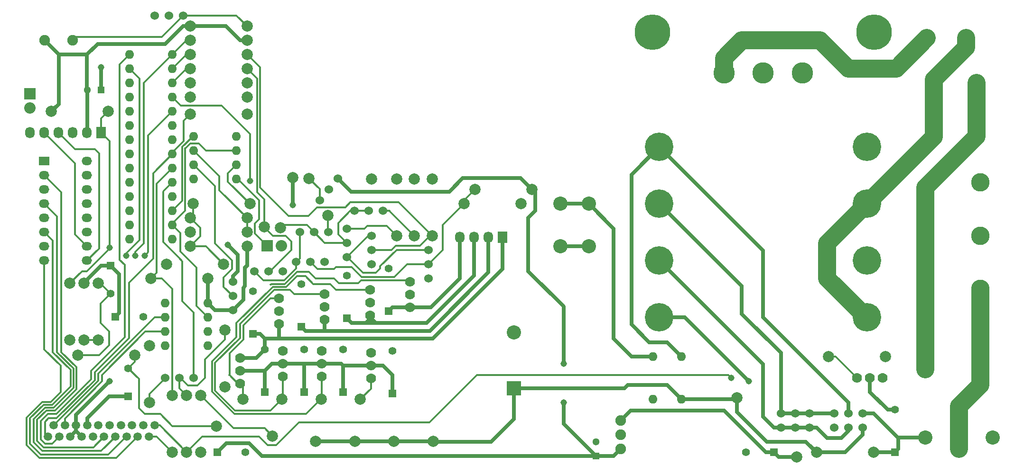
<source format=gtl>
G04 #@! TF.FileFunction,Copper,L1,Top*
%FSLAX46Y46*%
G04 Gerber Fmt 4.6, Leading zero omitted, Abs format (unit mm)*
G04 Created by KiCad (PCBNEW 4.0.1-3.201512221402+6198~38~ubuntu15.04.1-stable) date Tue 02 Feb 2016 09:09:18 AM EST*
%MOMM*%
G01*
G04 APERTURE LIST*
%ADD10C,0.100000*%
%ADD11C,1.905000*%
%ADD12C,1.998980*%
%ADD13C,1.524000*%
%ADD14O,1.600000X1.600000*%
%ADD15R,1.397000X1.397000*%
%ADD16C,1.397000*%
%ADD17C,2.540000*%
%ADD18C,1.500000*%
%ADD19R,2.032000X2.032000*%
%ADD20O,2.032000X2.032000*%
%ADD21R,1.727200X2.032000*%
%ADD22O,1.727200X2.032000*%
%ADD23C,1.778000*%
%ADD24R,1.824000X1.524000*%
%ADD25O,1.824000X1.524000*%
%ADD26C,5.080000*%
%ADD27R,1.300000X1.300000*%
%ADD28C,1.300000*%
%ADD29R,2.540000X2.540000*%
%ADD30R,1.400000X1.400000*%
%ADD31C,1.400000*%
%ADD32C,3.048000*%
%ADD33C,3.302000*%
%ADD34C,1.143000*%
%ADD35C,3.810000*%
%ADD36C,6.350000*%
%ADD37C,0.600000*%
%ADD38C,0.635000*%
%ADD39C,0.304800*%
%ADD40C,3.175000*%
G04 APERTURE END LIST*
D10*
D11*
X158750000Y-116205000D03*
X158750000Y-113665000D03*
X158750000Y-118745000D03*
D12*
X98044000Y-79202409D03*
X103124000Y-70403591D03*
D13*
X106661681Y-72349247D03*
X108294361Y-70403494D03*
X105029000Y-74295000D03*
X113792000Y-76200000D03*
X111252000Y-76200000D03*
X116332000Y-76200000D03*
X95885000Y-86995000D03*
X98425000Y-86995000D03*
X93345000Y-86995000D03*
D14*
X169545000Y-109855000D03*
X164465000Y-109855000D03*
X164465000Y-102235000D03*
X169545000Y-102235000D03*
D15*
X207645000Y-119380000D03*
D16*
X207645000Y-111760000D03*
D15*
X95250000Y-108585000D03*
D16*
X95250000Y-100965000D03*
D15*
X93091000Y-98171000D03*
D16*
X93091000Y-90551000D03*
D15*
X102235000Y-108585000D03*
D16*
X102235000Y-100965000D03*
D15*
X101727000Y-96901000D03*
D16*
X101727000Y-89281000D03*
D15*
X109220000Y-108585000D03*
D16*
X109220000Y-100965000D03*
D15*
X109855000Y-95377000D03*
D16*
X109855000Y-87757000D03*
D15*
X117983000Y-108839000D03*
D16*
X117983000Y-101219000D03*
D15*
X117348000Y-94107000D03*
D16*
X117348000Y-86487000D03*
D17*
X214630000Y-53340000D03*
X214630000Y-58420000D03*
X222250000Y-58420000D03*
X222250000Y-53340000D03*
X147955000Y-82550000D03*
X153035000Y-82550000D03*
X153035000Y-74930000D03*
X147955000Y-74930000D03*
D18*
X64540000Y-116570000D03*
X66540000Y-116570000D03*
X62540000Y-116570000D03*
X60540000Y-116570000D03*
X58540000Y-116570000D03*
X56540000Y-116570000D03*
X57540000Y-114570000D03*
X59540000Y-114570000D03*
X61540000Y-114570000D03*
X63540000Y-114570000D03*
X65540000Y-114570000D03*
X67540000Y-114570000D03*
X68540000Y-116570000D03*
X69540000Y-114570000D03*
X70540000Y-116570000D03*
X71540000Y-114570000D03*
X72540000Y-116570000D03*
X73540000Y-114570000D03*
X74540000Y-116570000D03*
X75540000Y-114570000D03*
D17*
X219075000Y-118745000D03*
X213075000Y-116745000D03*
X213075000Y-104545000D03*
X225075000Y-116745000D03*
D19*
X53340000Y-55245000D03*
D20*
X53340000Y-57785000D03*
D21*
X66040000Y-62230000D03*
D22*
X63500000Y-62230000D03*
X60960000Y-62230000D03*
X58420000Y-62230000D03*
X55880000Y-62230000D03*
X53340000Y-62230000D03*
D21*
X137668000Y-80899000D03*
D22*
X135128000Y-80899000D03*
X132588000Y-80899000D03*
X130048000Y-80899000D03*
D19*
X95631000Y-82423000D03*
D20*
X98171000Y-82423000D03*
D13*
X196850000Y-114935000D03*
X196850000Y-112395000D03*
X199390000Y-114935000D03*
X199390000Y-112395000D03*
X201930000Y-114935000D03*
X201930000Y-112395000D03*
X187325000Y-114935000D03*
X187325000Y-112395000D03*
X189865000Y-114935000D03*
X189865000Y-112395000D03*
X192405000Y-114935000D03*
X192405000Y-112395000D03*
X78105000Y-41275000D03*
X80645000Y-41275000D03*
X75565000Y-41275000D03*
D23*
X205480000Y-106045000D03*
X203200000Y-106045000D03*
X200920000Y-106045000D03*
X90805000Y-102495000D03*
X90805000Y-104775000D03*
X90805000Y-107055000D03*
X97790000Y-96387000D03*
X97790000Y-94107000D03*
X97790000Y-91827000D03*
D13*
X104013000Y-80010000D03*
X101473000Y-80010000D03*
X106553000Y-80010000D03*
D23*
X98425000Y-101225000D03*
X98425000Y-103505000D03*
X98425000Y-105785000D03*
X105918000Y-95625000D03*
X105918000Y-93345000D03*
X105918000Y-91065000D03*
D13*
X103378000Y-85344000D03*
X105918000Y-85344000D03*
X100838000Y-85344000D03*
X114300000Y-83185000D03*
X114300000Y-85725000D03*
X114300000Y-80645000D03*
D23*
X105410000Y-101225000D03*
X105410000Y-103505000D03*
X105410000Y-105785000D03*
X114046000Y-94863000D03*
X114046000Y-92583000D03*
X114046000Y-90303000D03*
D13*
X109855000Y-81915000D03*
X109855000Y-84455000D03*
X109855000Y-79375000D03*
D23*
X114173000Y-101606000D03*
X114173000Y-103886000D03*
X114173000Y-106166000D03*
X121158000Y-93466000D03*
X121158000Y-91186000D03*
X121158000Y-88906000D03*
D13*
X124460000Y-85725000D03*
X124460000Y-88265000D03*
X124460000Y-83185000D03*
X80010000Y-106045000D03*
X82550000Y-106045000D03*
X77470000Y-106045000D03*
D12*
X60452000Y-89154000D03*
X60452000Y-99314000D03*
X57150000Y-58420000D03*
X67310000Y-58420000D03*
X92075000Y-45720000D03*
X81915000Y-45720000D03*
X92075000Y-58928000D03*
X81915000Y-58928000D03*
X92075000Y-53340000D03*
X81915000Y-53340000D03*
X92075000Y-55880000D03*
X81915000Y-55880000D03*
X81915000Y-43180000D03*
X92075000Y-43180000D03*
X82423000Y-74930000D03*
X92583000Y-74930000D03*
X81915000Y-77470000D03*
X92075000Y-77470000D03*
X92075000Y-80010000D03*
X81915000Y-80010000D03*
X92075000Y-82550000D03*
X81915000Y-82550000D03*
X87884000Y-85725000D03*
X77724000Y-85725000D03*
X85090000Y-88265000D03*
X74930000Y-88265000D03*
X78740000Y-119380000D03*
X78740000Y-109220000D03*
X195834000Y-102235000D03*
X205994000Y-102235000D03*
X193675000Y-119380000D03*
X203835000Y-119380000D03*
X190088301Y-120238301D03*
X179481699Y-109631699D03*
X92075000Y-50800000D03*
X81915000Y-50800000D03*
X95123000Y-79075409D03*
X100203000Y-70276591D03*
X92075000Y-48260000D03*
X81915000Y-48260000D03*
X125095000Y-70485000D03*
X125095000Y-80645000D03*
X142875000Y-72390000D03*
X132715000Y-72390000D03*
X130810000Y-74930000D03*
X140970000Y-74930000D03*
X104285191Y-117415000D03*
X91294809Y-109915000D03*
X111270191Y-117415000D03*
X98279809Y-109915000D03*
X118255191Y-117415000D03*
X105264809Y-109915000D03*
X125240191Y-117415000D03*
X112249809Y-109915000D03*
X121920000Y-80645000D03*
X121920000Y-70485000D03*
X106471494Y-77052361D03*
X114254506Y-70521639D03*
X118745000Y-80645000D03*
X118745000Y-70485000D03*
X81280000Y-109220000D03*
X81280000Y-119380000D03*
X88138000Y-97536000D03*
X88138000Y-107696000D03*
X74676000Y-110490000D03*
X74676000Y-100330000D03*
X83820000Y-119380000D03*
X83820000Y-109220000D03*
X86564177Y-114687867D03*
X96569823Y-116452133D03*
X61849000Y-101981000D03*
X72009000Y-101981000D03*
X65532000Y-99314000D03*
X65532000Y-89154000D03*
X62992000Y-89154000D03*
X62992000Y-99314000D03*
D24*
X55880000Y-67310000D03*
D25*
X63500000Y-67310000D03*
X55880000Y-69850000D03*
X63500000Y-69850000D03*
X55880000Y-72390000D03*
X63500000Y-72390000D03*
X55880000Y-74930000D03*
X63500000Y-74930000D03*
X55880000Y-77470000D03*
X63500000Y-77470000D03*
X55880000Y-80010000D03*
X63500000Y-80010000D03*
X55880000Y-82550000D03*
X63500000Y-82550000D03*
X55880000Y-85090000D03*
X63500000Y-85090000D03*
D11*
X55920000Y-45720000D03*
X60920000Y-45720000D03*
D26*
X202692000Y-64770000D03*
X202692000Y-74930000D03*
X202692000Y-85090000D03*
X202692000Y-95250000D03*
X165608000Y-64770000D03*
X165608000Y-74930000D03*
X165608000Y-85090000D03*
X165608000Y-95250000D03*
D14*
X78740000Y-81280000D03*
X78740000Y-78740000D03*
X78740000Y-76200000D03*
X78740000Y-73660000D03*
X78740000Y-71120000D03*
X78740000Y-68580000D03*
X78740000Y-66040000D03*
X78740000Y-63500000D03*
X78740000Y-60960000D03*
X78740000Y-58420000D03*
X78740000Y-55880000D03*
X78740000Y-53340000D03*
X78740000Y-50800000D03*
X78740000Y-48260000D03*
X71120000Y-48260000D03*
X71120000Y-50800000D03*
X71120000Y-53340000D03*
X71120000Y-55880000D03*
X71120000Y-58420000D03*
X71120000Y-60960000D03*
X71120000Y-63500000D03*
X71120000Y-66040000D03*
X71120000Y-68580000D03*
X71120000Y-71120000D03*
X71120000Y-73660000D03*
X71120000Y-76200000D03*
X71120000Y-78740000D03*
X71120000Y-81280000D03*
X77470000Y-92710000D03*
X77470000Y-95250000D03*
X77470000Y-97790000D03*
X77470000Y-100330000D03*
X85090000Y-100330000D03*
X85090000Y-97790000D03*
X85090000Y-95250000D03*
X85090000Y-92710000D03*
X82550000Y-62865000D03*
X82550000Y-65405000D03*
X82550000Y-67945000D03*
X82550000Y-70485000D03*
X90170000Y-70485000D03*
X90170000Y-67945000D03*
X90170000Y-65405000D03*
X90170000Y-62865000D03*
D13*
X89535000Y-91440000D03*
X89535000Y-88900000D03*
X89535000Y-93980000D03*
D27*
X66040000Y-54610000D03*
D28*
X63540000Y-54610000D03*
D29*
X139700000Y-107950000D03*
D17*
X139700000Y-97950000D03*
D30*
X186055000Y-119380000D03*
D31*
X181055000Y-119380000D03*
D27*
X154305000Y-120015000D03*
D28*
X154305000Y-117515000D03*
D30*
X86741000Y-119380000D03*
D31*
X91741000Y-119380000D03*
D30*
X70866000Y-109347000D03*
D31*
X70866000Y-104347000D03*
D30*
X67691000Y-85979000D03*
D31*
X67691000Y-90979000D03*
D30*
X68580000Y-95123000D03*
D31*
X73580000Y-95123000D03*
D32*
X213360000Y-45313600D03*
X220345000Y-45313600D03*
D33*
X222885000Y-90170000D03*
X222885000Y-80645000D03*
X222885000Y-71120000D03*
D34*
X148590000Y-110490000D03*
X148590000Y-103505000D03*
X181610000Y-106680000D03*
X178435000Y-106045000D03*
X70485000Y-84201000D03*
X72136000Y-84201000D03*
X73787000Y-84201000D03*
X67564000Y-106680000D03*
X88646000Y-82296000D03*
X92583000Y-70866000D03*
X100203000Y-75184000D03*
X66040000Y-50546000D03*
X67564000Y-82804000D03*
D35*
X177150000Y-51559993D03*
X184150000Y-51559993D03*
X191150000Y-51559993D03*
D36*
X203900000Y-44259993D03*
X164400000Y-44259993D03*
D37*
X67564000Y-106680000D03*
D38*
X66040000Y-50546000D02*
X66040000Y-54610000D01*
X89535000Y-88900000D02*
X89535000Y-87883998D01*
X90424000Y-84074000D02*
X88646000Y-82296000D01*
X90424000Y-86994998D02*
X90424000Y-84074000D01*
X89535000Y-87883998D02*
X90424000Y-86994998D01*
X100203000Y-70276591D02*
X100203000Y-75184000D01*
X61540000Y-114570000D02*
X61540000Y-115570000D01*
X61540000Y-115570000D02*
X60540000Y-116570000D01*
X61540000Y-115570000D02*
X62540000Y-116570000D01*
X61540000Y-114570000D02*
X61540000Y-112704000D01*
X61540000Y-112704000D02*
X67564000Y-106680000D01*
X58460000Y-48260000D02*
X58460000Y-57110000D01*
X58460000Y-57110000D02*
X57150000Y-58420000D01*
X63500000Y-48260000D02*
X58460000Y-48260000D01*
X58460000Y-48260000D02*
X55920000Y-45720000D01*
X63500000Y-54570000D02*
X63500000Y-48260000D01*
X80645000Y-43180000D02*
X77470000Y-46355000D01*
X77470000Y-46355000D02*
X65405000Y-46355000D01*
X65405000Y-46355000D02*
X63500000Y-48260000D01*
X80645000Y-43180000D02*
X81915000Y-43180000D01*
X63500000Y-54570000D02*
X63540000Y-54610000D01*
X81915000Y-43180000D02*
X88265000Y-43180000D01*
X88265000Y-43180000D02*
X90805000Y-45720000D01*
X90805000Y-45720000D02*
X92075000Y-45720000D01*
X92075000Y-82550000D02*
X92075000Y-85979000D01*
X91383519Y-92131481D02*
X89535000Y-93980000D01*
X91383519Y-89972481D02*
X91383519Y-92131481D01*
X91694000Y-89662000D02*
X91383519Y-89972481D01*
X91694000Y-86360000D02*
X91694000Y-89662000D01*
X92075000Y-85979000D02*
X91694000Y-86360000D01*
X108294361Y-70403494D02*
X108294361Y-70448361D01*
X108294361Y-70448361D02*
X110617000Y-72771000D01*
X140843000Y-70358000D02*
X142875000Y-72390000D01*
X130556000Y-70358000D02*
X140843000Y-70358000D01*
X128143000Y-72771000D02*
X130556000Y-70358000D01*
X110617000Y-72771000D02*
X128143000Y-72771000D01*
X62992000Y-89154000D02*
X62992000Y-89027000D01*
X62992000Y-89027000D02*
X66040000Y-85979000D01*
X66040000Y-85979000D02*
X67691000Y-85979000D01*
X67691000Y-85979000D02*
X69253098Y-87541098D01*
X69253098Y-87541098D02*
X69253098Y-94449902D01*
X69253098Y-94449902D02*
X68580000Y-95123000D01*
X63540000Y-114570000D02*
X63540000Y-113244000D01*
X67437000Y-109347000D02*
X70866000Y-109347000D01*
X63540000Y-113244000D02*
X67437000Y-109347000D01*
X154305000Y-120015000D02*
X94742000Y-120015000D01*
X88011000Y-118110000D02*
X88265000Y-117856000D01*
X88265000Y-117856000D02*
X88392000Y-117729000D01*
X88392000Y-117729000D02*
X92456000Y-117729000D01*
X88011000Y-118110000D02*
X86741000Y-119380000D01*
X94742000Y-120015000D02*
X92456000Y-117729000D01*
X85090000Y-92710000D02*
X85090000Y-88265000D01*
X89535000Y-93980000D02*
X86360000Y-93980000D01*
X86360000Y-93980000D02*
X85090000Y-92710000D01*
X63500000Y-54570000D02*
X63540000Y-54610000D01*
X63540000Y-54610000D02*
X63540000Y-62190000D01*
X63540000Y-62190000D02*
X63500000Y-62230000D01*
X148590000Y-103505000D02*
X148590000Y-93345000D01*
X142240000Y-86995000D02*
X148463000Y-93218000D01*
X142240000Y-77470000D02*
X142240000Y-86995000D01*
X143510000Y-76200000D02*
X142240000Y-77470000D01*
X143510000Y-76200000D02*
X143510000Y-73025000D01*
X148590000Y-93345000D02*
X148463000Y-93218000D01*
X148590000Y-110490000D02*
X148590000Y-114300000D01*
X148590000Y-114300000D02*
X154305000Y-120015000D01*
X91694000Y-82931000D02*
X92075000Y-82550000D01*
X92710000Y-45720000D02*
X92075000Y-45720000D01*
X142875000Y-72390000D02*
X143510000Y-73025000D01*
X158750000Y-118745000D02*
X157480000Y-120015000D01*
X157480000Y-120015000D02*
X154305000Y-120015000D01*
X104285191Y-117415000D02*
X111270191Y-117415000D01*
X111270191Y-117415000D02*
X118255191Y-117415000D01*
X118255191Y-117415000D02*
X125240191Y-117415000D01*
X125240191Y-117415000D02*
X125300191Y-117475000D01*
X125300191Y-117475000D02*
X135636000Y-117475000D01*
X135636000Y-117475000D02*
X139700000Y-113411000D01*
X139700000Y-113411000D02*
X139700000Y-107950000D01*
X138811000Y-108839000D02*
X139700000Y-107950000D01*
X114173000Y-103886000D02*
X116332000Y-103886000D01*
X116332000Y-103886000D02*
X117983000Y-105537000D01*
X117983000Y-105537000D02*
X117983000Y-108839000D01*
X109220000Y-108585000D02*
X109220000Y-103886000D01*
X105410000Y-103505000D02*
X108839000Y-103505000D01*
X109220000Y-103886000D02*
X114173000Y-103886000D01*
X108839000Y-103505000D02*
X109220000Y-103886000D01*
X102235000Y-108585000D02*
X102235000Y-103505000D01*
X102235000Y-103505000D02*
X102235000Y-103632000D01*
X102235000Y-103632000D02*
X102235000Y-103505000D01*
X98425000Y-103505000D02*
X102235000Y-103505000D01*
X102235000Y-103505000D02*
X105410000Y-103505000D01*
X95250000Y-104775000D02*
X96393000Y-103632000D01*
X96520000Y-103505000D02*
X98425000Y-103505000D01*
X96393000Y-103632000D02*
X96520000Y-103505000D01*
X90805000Y-104775000D02*
X95250000Y-104775000D01*
X95250000Y-104775000D02*
X95250000Y-108585000D01*
X179481699Y-109631699D02*
X179481699Y-112171699D01*
X191770000Y-117475000D02*
X193675000Y-119380000D01*
X184785000Y-117475000D02*
X191770000Y-117475000D01*
X179481699Y-112171699D02*
X184785000Y-117475000D01*
X169545000Y-109855000D02*
X179258398Y-109855000D01*
X179258398Y-109855000D02*
X179481699Y-109631699D01*
X139700000Y-107950000D02*
X159385000Y-107950000D01*
X167005000Y-107315000D02*
X169545000Y-109855000D01*
X160020000Y-107315000D02*
X167005000Y-107315000D01*
X159385000Y-107950000D02*
X160020000Y-107315000D01*
X201930000Y-114935000D02*
X201930000Y-116205000D01*
X198755000Y-119380000D02*
X193675000Y-119380000D01*
X201930000Y-116205000D02*
X198755000Y-119380000D01*
D39*
X83820000Y-109220000D02*
X89662000Y-115062000D01*
X95179690Y-115062000D02*
X96569823Y-116452133D01*
X89662000Y-115062000D02*
X95179690Y-115062000D01*
X82550000Y-106045000D02*
X82550000Y-94361000D01*
X77216000Y-72644000D02*
X78740000Y-71120000D01*
X77089000Y-81788000D02*
X79883000Y-84582000D01*
X77089000Y-72771000D02*
X77089000Y-81788000D01*
X77216000Y-72644000D02*
X77089000Y-72771000D01*
X80518000Y-85217000D02*
X79883000Y-84582000D01*
X80518000Y-92329000D02*
X80518000Y-85217000D01*
X82550000Y-94361000D02*
X80518000Y-92329000D01*
X72009000Y-101981000D02*
X72009000Y-103204000D01*
X72009000Y-103204000D02*
X70866000Y-104347000D01*
X86564177Y-114687867D02*
X78746867Y-114687867D01*
X72771000Y-106252000D02*
X70866000Y-104347000D01*
X72771000Y-111506000D02*
X72771000Y-106252000D01*
X73787000Y-112522000D02*
X72771000Y-111506000D01*
X76581000Y-112522000D02*
X73787000Y-112522000D01*
X78746867Y-114687867D02*
X76581000Y-112522000D01*
X65532000Y-89154000D02*
X65866000Y-89154000D01*
X65866000Y-89154000D02*
X67691000Y-90979000D01*
X61849000Y-101981000D02*
X65659000Y-101981000D01*
X65913000Y-92757000D02*
X67691000Y-90979000D01*
X65913000Y-96266000D02*
X65913000Y-92757000D01*
X67437000Y-97790000D02*
X65913000Y-96266000D01*
X67437000Y-100203000D02*
X67437000Y-97790000D01*
X65659000Y-101981000D02*
X67437000Y-100203000D01*
X62992000Y-99314000D02*
X65532000Y-99314000D01*
D38*
X97790000Y-96387000D02*
X97790000Y-99060000D01*
X93091000Y-98171000D02*
X94361000Y-98171000D01*
X94361000Y-98171000D02*
X95250000Y-99060000D01*
X90805000Y-102495000D02*
X93720000Y-102495000D01*
X93720000Y-102495000D02*
X95250000Y-100965000D01*
X95250000Y-100965000D02*
X95250000Y-99060000D01*
X125222000Y-99060000D02*
X97790000Y-99060000D01*
X137668000Y-86614000D02*
X137668000Y-80899000D01*
X137668000Y-86614000D02*
X125222000Y-99060000D01*
X97790000Y-99060000D02*
X95250000Y-99060000D01*
X90805000Y-102495000D02*
X90805000Y-102489000D01*
X105918000Y-95625000D02*
X105918000Y-97662998D01*
X105918000Y-97662998D02*
X105918000Y-97536000D01*
X105918000Y-97536000D02*
X105918000Y-97662998D01*
X101727000Y-96901000D02*
X101727002Y-96901000D01*
X101727002Y-96901000D02*
X102489000Y-97662998D01*
X102489000Y-97662998D02*
X105918000Y-97662998D01*
X105918000Y-97662998D02*
X124643342Y-97662998D01*
X124643342Y-97662998D02*
X135128000Y-87178340D01*
X135128000Y-87178340D02*
X135128000Y-80899000D01*
X114046000Y-94863000D02*
X114046000Y-96265996D01*
X114046000Y-96265996D02*
X114046000Y-96139000D01*
X114046000Y-96139000D02*
X114046000Y-96265996D01*
X114046000Y-94863000D02*
X114046000Y-95504000D01*
X114046000Y-95504000D02*
X113284004Y-96265996D01*
X114046000Y-94863000D02*
X114046000Y-95250000D01*
X114046000Y-95250000D02*
X115061996Y-96265996D01*
X120650000Y-96265996D02*
X115061996Y-96265996D01*
X115061996Y-96265996D02*
X114046000Y-96265996D01*
X114046000Y-96265996D02*
X113284004Y-96265996D01*
X113284004Y-96265996D02*
X110743996Y-96265996D01*
X132588000Y-87742680D02*
X124064684Y-96265996D01*
X124064684Y-96265996D02*
X120650000Y-96265996D01*
X132588000Y-80899000D02*
X132588000Y-87742680D01*
X110743996Y-96265996D02*
X109855000Y-95377000D01*
X121158000Y-93466000D02*
X117989000Y-93466000D01*
X117989000Y-93466000D02*
X117348000Y-94107000D01*
X130048000Y-80899000D02*
X130048000Y-88265000D01*
X124847000Y-93466000D02*
X121158000Y-93466000D01*
X130048000Y-88265000D02*
X124847000Y-93466000D01*
D40*
X214630000Y-58420000D02*
X214630000Y-62992000D01*
X214630000Y-62992000D02*
X202692000Y-74930000D01*
X202692000Y-95250000D02*
X202565000Y-95250000D01*
X202565000Y-95250000D02*
X195580000Y-88265000D01*
X195580000Y-88265000D02*
X195580000Y-82042000D01*
X195580000Y-82042000D02*
X202692000Y-74930000D01*
X220345000Y-45313600D02*
X220345000Y-46990000D01*
X220345000Y-46990000D02*
X214630000Y-52705000D01*
X214630000Y-52705000D02*
X214630000Y-53340000D01*
X214630000Y-53340000D02*
X214630000Y-58420000D01*
X222250000Y-58420000D02*
X222250000Y-62865000D01*
X213075000Y-72040000D02*
X213075000Y-104545000D01*
X222250000Y-62865000D02*
X213075000Y-72040000D01*
X222250000Y-53340000D02*
X222250000Y-58420000D01*
X177150000Y-51559993D02*
X177150000Y-48910000D01*
X207873600Y-50800000D02*
X213360000Y-45313600D01*
X199390000Y-50800000D02*
X207873600Y-50800000D01*
X194310000Y-45720000D02*
X199390000Y-50800000D01*
X180340000Y-45720000D02*
X194310000Y-45720000D01*
X177150000Y-48910000D02*
X180340000Y-45720000D01*
D39*
X54610000Y-113538000D02*
X56261000Y-111887000D01*
X55880000Y-69850000D02*
X58928000Y-72898000D01*
X64643000Y-118491000D02*
X66540000Y-116594000D01*
X54610000Y-117348000D02*
X54610000Y-115570000D01*
X55753000Y-118491000D02*
X54610000Y-117348000D01*
X64643000Y-118491000D02*
X55753000Y-118491000D01*
X54610000Y-113792000D02*
X54610000Y-115570000D01*
X54610000Y-113792000D02*
X54610000Y-113538000D01*
X58928000Y-101473000D02*
X58928000Y-72898000D01*
X61595000Y-104140000D02*
X58928000Y-101473000D01*
X61595000Y-108077000D02*
X61595000Y-104140000D01*
X57785000Y-111887000D02*
X61595000Y-108077000D01*
X56261000Y-111887000D02*
X57785000Y-111887000D01*
X66540000Y-116570000D02*
X66540000Y-116594000D01*
X55245000Y-113792000D02*
X56515000Y-112522000D01*
X71120000Y-48260000D02*
X69596000Y-49784000D01*
X69596000Y-49784000D02*
X69342000Y-50038000D01*
X69723000Y-99314000D02*
X70231000Y-98806000D01*
X70231000Y-98806000D02*
X70231000Y-85852000D01*
X70231000Y-85852000D02*
X69342000Y-84963000D01*
X69342000Y-84963000D02*
X69342000Y-50038000D01*
X55245000Y-117094000D02*
X55245000Y-115570000D01*
X56007000Y-117856000D02*
X55245000Y-117094000D01*
X57277000Y-117856000D02*
X56007000Y-117856000D01*
X57277000Y-117856000D02*
X58540000Y-116593000D01*
X55245000Y-114173000D02*
X55245000Y-115570000D01*
X55245000Y-113792000D02*
X55245000Y-114173000D01*
X69215000Y-99822000D02*
X69723000Y-99314000D01*
X64262000Y-104775000D02*
X69215000Y-99822000D01*
X64262000Y-106299000D02*
X64262000Y-104775000D01*
X58039000Y-112522000D02*
X64262000Y-106299000D01*
X56515000Y-112522000D02*
X58039000Y-112522000D01*
X58540000Y-116570000D02*
X58540000Y-116593000D01*
X56007000Y-113919000D02*
X56642000Y-113284000D01*
X70993000Y-98933000D02*
X70993000Y-89027000D01*
X70993000Y-89027000D02*
X75311000Y-84709000D01*
X75311000Y-69469000D02*
X75311000Y-84709000D01*
X56007000Y-114300000D02*
X56007000Y-116037000D01*
X56540000Y-116570000D02*
X56007000Y-116037000D01*
X75311000Y-69469000D02*
X78740000Y-66040000D01*
X56007000Y-113919000D02*
X56007000Y-114300000D01*
X69977000Y-99949000D02*
X70993000Y-98933000D01*
X64897000Y-105029000D02*
X69977000Y-99949000D01*
X64897000Y-106477300D02*
X64897000Y-105029000D01*
X58090300Y-113284000D02*
X64897000Y-106477300D01*
X56642000Y-113284000D02*
X58090300Y-113284000D01*
X78740000Y-66040000D02*
X78740000Y-65786000D01*
X78740000Y-65786000D02*
X80772000Y-63754000D01*
X80772000Y-63754000D02*
X80772000Y-60071000D01*
X80772000Y-60071000D02*
X81915000Y-58928000D01*
X57540000Y-114570000D02*
X57540000Y-114548198D01*
X57540000Y-114548198D02*
X65532000Y-106556198D01*
X65532000Y-106556198D02*
X65532000Y-105283000D01*
X65532000Y-105283000D02*
X75565000Y-95250000D01*
X77470000Y-95250000D02*
X75565000Y-95250000D01*
X72136000Y-84201000D02*
X72136000Y-83566000D01*
X73660000Y-53340000D02*
X78740000Y-48260000D01*
X73660000Y-82042000D02*
X73660000Y-53340000D01*
X72136000Y-83566000D02*
X73660000Y-82042000D01*
X81915000Y-45720000D02*
X81280000Y-45720000D01*
X81280000Y-45720000D02*
X78740000Y-48260000D01*
X59540000Y-114570000D02*
X59540000Y-113321038D01*
X73914000Y-97790000D02*
X77470000Y-97790000D01*
X66167000Y-105537000D02*
X73914000Y-97790000D01*
X66167000Y-106694038D02*
X66167000Y-105537000D01*
X59540000Y-113321038D02*
X66167000Y-106694038D01*
X70485000Y-84201000D02*
X70485000Y-83820000D01*
X70485000Y-83820000D02*
X72898000Y-81407000D01*
X72898000Y-52578000D02*
X71120000Y-50800000D01*
X72898000Y-81407000D02*
X72898000Y-52578000D01*
X53975000Y-115570000D02*
X53975000Y-113411000D01*
X66040000Y-119126000D02*
X55499000Y-119126000D01*
X55499000Y-119126000D02*
X53975000Y-117602000D01*
X53975000Y-117602000D02*
X53975000Y-115570000D01*
X55880000Y-74930000D02*
X58166000Y-77216000D01*
X66040000Y-119126000D02*
X68540000Y-116626000D01*
X58166000Y-101473000D02*
X58166000Y-77216000D01*
X61090198Y-104397198D02*
X58166000Y-101473000D01*
X61090198Y-107819802D02*
X61090198Y-104397198D01*
X57531000Y-111379000D02*
X61090198Y-107819802D01*
X56007000Y-111379000D02*
X57531000Y-111379000D01*
X53975000Y-113411000D02*
X56007000Y-111379000D01*
X68540000Y-116570000D02*
X68540000Y-116626000D01*
X53340000Y-115697000D02*
X53340000Y-113284000D01*
X57404000Y-81534000D02*
X55880000Y-80010000D01*
X57404000Y-101473000D02*
X57404000Y-81534000D01*
X60585396Y-104654396D02*
X57404000Y-101473000D01*
X60585396Y-107562604D02*
X60585396Y-104654396D01*
X57277000Y-110871000D02*
X60585396Y-107562604D01*
X55753000Y-110871000D02*
X57277000Y-110871000D01*
X53340000Y-113284000D02*
X55753000Y-110871000D01*
X70501000Y-116570000D02*
X67310000Y-119761000D01*
X67310000Y-119761000D02*
X55245000Y-119761000D01*
X55245000Y-119761000D02*
X53340000Y-117856000D01*
X53340000Y-117856000D02*
X53340000Y-115697000D01*
X53340000Y-115697000D02*
X53340000Y-115570000D01*
X70540000Y-116570000D02*
X70501000Y-116570000D01*
X52705000Y-115570000D02*
X52705000Y-113157000D01*
X52705000Y-118110000D02*
X52705000Y-115570000D01*
X54991000Y-120396000D02*
X52705000Y-118110000D01*
X68707000Y-120396000D02*
X54991000Y-120396000D01*
X72533000Y-116570000D02*
X68707000Y-120396000D01*
X55880000Y-100965000D02*
X55880000Y-85090000D01*
X58801000Y-103886000D02*
X55880000Y-100965000D01*
X58801000Y-108585000D02*
X58801000Y-103886000D01*
X57023000Y-110363000D02*
X58801000Y-108585000D01*
X55499000Y-110363000D02*
X57023000Y-110363000D01*
X52705000Y-113157000D02*
X55499000Y-110363000D01*
X72540000Y-116570000D02*
X72533000Y-116570000D01*
X74540000Y-116570000D02*
X75930000Y-116570000D01*
X75930000Y-116570000D02*
X78740000Y-119380000D01*
D40*
X219075000Y-118745000D02*
X219075000Y-111125000D01*
X222885000Y-107315000D02*
X222885000Y-90170000D01*
X219075000Y-111125000D02*
X222885000Y-107315000D01*
D39*
X58420000Y-62230000D02*
X61341000Y-65151000D01*
X65659000Y-82931000D02*
X63500000Y-85090000D01*
X65659000Y-65913000D02*
X65659000Y-82931000D01*
X64897000Y-65151000D02*
X65659000Y-65913000D01*
X61341000Y-65151000D02*
X64897000Y-65151000D01*
X55880000Y-62230000D02*
X60071000Y-66421000D01*
X61341000Y-80391000D02*
X63500000Y-82550000D01*
X61341000Y-67691000D02*
X61341000Y-80391000D01*
X60071000Y-66421000D02*
X61341000Y-67691000D01*
X93472000Y-79629000D02*
X93472000Y-80264000D01*
X93472000Y-78486000D02*
X93472000Y-79629000D01*
X94234000Y-77724000D02*
X93472000Y-78486000D01*
X94234000Y-74295000D02*
X94234000Y-77724000D01*
X90424000Y-70485000D02*
X94234000Y-74295000D01*
X93472000Y-80264000D02*
X95631000Y-82423000D01*
X90170000Y-70485000D02*
X90424000Y-70485000D01*
X80645000Y-41275000D02*
X76835000Y-45085000D01*
X76835000Y-45085000D02*
X61555000Y-45085000D01*
X61555000Y-45085000D02*
X60920000Y-45720000D01*
X80645000Y-41275000D02*
X90170000Y-41275000D01*
X90170000Y-41275000D02*
X92075000Y-43180000D01*
X92075000Y-50800000D02*
X93853000Y-52578000D01*
X95123000Y-74168000D02*
X95123000Y-79075409D01*
X93853000Y-72898000D02*
X95123000Y-74168000D01*
X93853000Y-52578000D02*
X93853000Y-72898000D01*
X95123000Y-79075409D02*
X95123000Y-79121000D01*
X95123000Y-79121000D02*
X96647000Y-80645000D01*
X96647000Y-80645000D02*
X98933000Y-80645000D01*
X98933000Y-80645000D02*
X99949000Y-81661000D01*
X99949000Y-81661000D02*
X99949000Y-83185000D01*
X99949000Y-83185000D02*
X96139000Y-86995000D01*
X96139000Y-86995000D02*
X95885000Y-86995000D01*
X88963500Y-105600500D02*
X88963500Y-101663500D01*
X96260000Y-91827000D02*
X97790000Y-91827000D01*
X91440000Y-96647000D02*
X96260000Y-91827000D01*
X91440000Y-99187000D02*
X91440000Y-96647000D01*
X88963500Y-101663500D02*
X91440000Y-99187000D01*
X90424000Y-107061000D02*
X88963500Y-105600500D01*
X88963500Y-105600500D02*
X88900000Y-105537000D01*
X91294809Y-109915000D02*
X91294809Y-107544809D01*
X91294809Y-107544809D02*
X90811000Y-107061000D01*
X90811000Y-107061000D02*
X90424000Y-107061000D01*
X101473000Y-80010000D02*
X101473000Y-84709000D01*
X101473000Y-84709000D02*
X100838000Y-85344000D01*
X93345000Y-86995000D02*
X94869000Y-88519000D01*
X100838000Y-86487000D02*
X100838000Y-85344000D01*
X98679000Y-88646000D02*
X100838000Y-86487000D01*
X94996000Y-88646000D02*
X98679000Y-88646000D01*
X94869000Y-88519000D02*
X94996000Y-88646000D01*
X105029000Y-74295000D02*
X105029000Y-72308591D01*
X105029000Y-72308591D02*
X103124000Y-70403591D01*
X111252000Y-76200000D02*
X110490000Y-76200000D01*
X110490000Y-76200000D02*
X108331000Y-78359000D01*
X108331000Y-80391000D02*
X109855000Y-81915000D01*
X108331000Y-78359000D02*
X108331000Y-80391000D01*
X111252000Y-76200000D02*
X113792000Y-76200000D01*
X104013000Y-80010000D02*
X105918000Y-81915000D01*
X105918000Y-81915000D02*
X109855000Y-81915000D01*
X104013000Y-80010000D02*
X102743000Y-78740000D01*
X102743000Y-78740000D02*
X98506409Y-78740000D01*
X98506409Y-78740000D02*
X98044000Y-79202409D01*
X116332000Y-76200000D02*
X117475000Y-76200000D01*
X117475000Y-76200000D02*
X117602000Y-76327000D01*
X117475000Y-76200000D02*
X117602000Y-76327000D01*
X117602000Y-76327000D02*
X121920000Y-80645000D01*
X106471494Y-77052361D02*
X106471494Y-79928494D01*
X106471494Y-79928494D02*
X106553000Y-80010000D01*
X106709708Y-79853292D02*
X106553000Y-80010000D01*
X90678000Y-111887000D02*
X89916000Y-111887000D01*
X97028000Y-90297000D02*
X99695000Y-90297000D01*
X99695000Y-90297000D02*
X100463000Y-91065000D01*
X98238000Y-109915000D02*
X96266000Y-111887000D01*
X96266000Y-111887000D02*
X90678000Y-111887000D01*
X100463000Y-91065000D02*
X105918000Y-91065000D01*
X96901000Y-90297000D02*
X97028000Y-90297000D01*
X90805000Y-96393000D02*
X96901000Y-90297000D01*
X90805000Y-98933000D02*
X90805000Y-96393000D01*
X86360000Y-103378000D02*
X90805000Y-98933000D01*
X86360000Y-108331000D02*
X86360000Y-103378000D01*
X89916000Y-111887000D02*
X86360000Y-108331000D01*
X98425000Y-105785000D02*
X98425000Y-109769809D01*
X98425000Y-109769809D02*
X98279809Y-109915000D01*
X98279809Y-109915000D02*
X98238000Y-109915000D01*
X130810000Y-74930000D02*
X127000000Y-78740000D01*
X127000000Y-83185000D02*
X127000000Y-78740000D01*
X127000000Y-83185000D02*
X124460000Y-85725000D01*
X130810000Y-74930000D02*
X130810000Y-74295000D01*
X130810000Y-74295000D02*
X132715000Y-72390000D01*
X107950000Y-86233000D02*
X110744000Y-86233000D01*
X110744000Y-86233000D02*
X112522000Y-88011000D01*
X112522000Y-88011000D02*
X118364000Y-88011000D01*
X118364000Y-88011000D02*
X120650000Y-85725000D01*
X104648000Y-86614000D02*
X103378000Y-85344000D01*
X124460000Y-85725000D02*
X120650000Y-85725000D01*
X107569000Y-86614000D02*
X107950000Y-86233000D01*
X104648000Y-86614000D02*
X107569000Y-86614000D01*
X132715000Y-73025000D02*
X132715000Y-72390000D01*
X109601000Y-75565000D02*
X104521000Y-75565000D01*
X109601000Y-75565000D02*
X110490000Y-74676000D01*
X110490000Y-74676000D02*
X119126000Y-74676000D01*
X125095000Y-80645000D02*
X119507000Y-75057000D01*
X94361000Y-50546000D02*
X92075000Y-48260000D01*
X94361000Y-70615198D02*
X94361000Y-50546000D01*
X119507000Y-75057000D02*
X119126000Y-74676000D01*
X94361000Y-72009000D02*
X94361000Y-70615198D01*
X99441000Y-77089000D02*
X94361000Y-72009000D01*
X102997000Y-77089000D02*
X99441000Y-77089000D01*
X104521000Y-75565000D02*
X102997000Y-77089000D01*
X114300000Y-83185000D02*
X117856000Y-83185000D01*
X122936000Y-82423000D02*
X124714000Y-80645000D01*
X118618000Y-82423000D02*
X122936000Y-82423000D01*
X117856000Y-83185000D02*
X118618000Y-82423000D01*
X124714000Y-80645000D02*
X125095000Y-80645000D01*
X90297000Y-112522000D02*
X89837102Y-112522000D01*
X96774000Y-89789000D02*
X99060000Y-89789000D01*
X99060000Y-89789000D02*
X99822000Y-89027000D01*
X99822000Y-89027000D02*
X100965000Y-87884000D01*
X100965000Y-87884000D02*
X102489000Y-87884000D01*
X102489000Y-87884000D02*
X103886000Y-89281000D01*
X103886000Y-89281000D02*
X106934000Y-89281000D01*
X106934000Y-89281000D02*
X107956000Y-90303000D01*
X107956000Y-90303000D02*
X109480000Y-90303000D01*
X105223000Y-109915000D02*
X102616000Y-112522000D01*
X109480000Y-90303000D02*
X114046000Y-90303000D01*
X102616000Y-112522000D02*
X90297000Y-112522000D01*
X96647000Y-89789000D02*
X96774000Y-89789000D01*
X90170000Y-96266000D02*
X96647000Y-89789000D01*
X90170000Y-98806000D02*
X90170000Y-96266000D01*
X85852000Y-103124000D02*
X90170000Y-98806000D01*
X85852000Y-108536898D02*
X85852000Y-103124000D01*
X89837102Y-112522000D02*
X85852000Y-108536898D01*
X105264809Y-109915000D02*
X105223000Y-109915000D01*
X105410000Y-105785000D02*
X105410000Y-109769809D01*
X105410000Y-109769809D02*
X105264809Y-109915000D01*
X109855000Y-84455000D02*
X109982000Y-84455000D01*
X109982000Y-84455000D02*
X112776000Y-87249000D01*
X124460000Y-83185000D02*
X118751396Y-83185000D01*
X115824000Y-86112396D02*
X118751396Y-83185000D01*
X115824000Y-86487000D02*
X115824000Y-86112396D01*
X115062000Y-87249000D02*
X115824000Y-86487000D01*
X112776000Y-87249000D02*
X115062000Y-87249000D01*
X114300000Y-80645000D02*
X113665000Y-80645000D01*
X113665000Y-80645000D02*
X109855000Y-84455000D01*
X118745000Y-80645000D02*
X116967000Y-78867000D01*
X113030000Y-79375000D02*
X113538000Y-78867000D01*
X113538000Y-78867000D02*
X114808000Y-78867000D01*
X113030000Y-79375000D02*
X109855000Y-79375000D01*
X116967000Y-78867000D02*
X114808000Y-78867000D01*
X114173000Y-106166000D02*
X114173000Y-107991809D01*
X114173000Y-107991809D02*
X112249809Y-109915000D01*
X96266000Y-89432051D02*
X96266000Y-89408000D01*
X98806000Y-89284198D02*
X100968198Y-87122000D01*
X100968198Y-87122000D02*
X103124000Y-87122000D01*
X111633000Y-89154000D02*
X111887000Y-89154000D01*
X109347000Y-89154000D02*
X111633000Y-89154000D01*
X112395000Y-88646000D02*
X120898000Y-88646000D01*
X111887000Y-89154000D02*
X112395000Y-88646000D01*
X108458000Y-89154000D02*
X109347000Y-89154000D01*
X107569000Y-88265000D02*
X108458000Y-89154000D01*
X104267000Y-88265000D02*
X107569000Y-88265000D01*
X103124000Y-87122000D02*
X104267000Y-88265000D01*
X96564904Y-89284198D02*
X98421802Y-89284198D01*
X98421802Y-89284198D02*
X98806000Y-89284198D01*
X96389802Y-89284198D02*
X96564904Y-89284198D01*
X96266000Y-89408000D02*
X96389802Y-89284198D01*
X96266000Y-89432051D02*
X96290051Y-89432051D01*
X120898000Y-88646000D02*
X121158000Y-88906000D01*
X80010000Y-106045000D02*
X80137000Y-106045000D01*
X80137000Y-106045000D02*
X81534000Y-107442000D01*
X88138000Y-99235102D02*
X88138000Y-97536000D01*
X84582000Y-102791102D02*
X88138000Y-99235102D01*
X84582000Y-106045000D02*
X84582000Y-102791102D01*
X83185000Y-107442000D02*
X84582000Y-106045000D01*
X81534000Y-107442000D02*
X83185000Y-107442000D01*
X80010000Y-106045000D02*
X80010000Y-107950000D01*
X80010000Y-107950000D02*
X81280000Y-109220000D01*
X77470000Y-106045000D02*
X77470000Y-106172000D01*
X77470000Y-106172000D02*
X74676000Y-108966000D01*
X74676000Y-108966000D02*
X74676000Y-110490000D01*
X73787000Y-84201000D02*
X74295000Y-83693000D01*
X74422000Y-62738000D02*
X78740000Y-58420000D01*
X74422000Y-83566000D02*
X74422000Y-62738000D01*
X74295000Y-83693000D02*
X74422000Y-83566000D01*
X81915000Y-82550000D02*
X84709000Y-82550000D01*
X84709000Y-82550000D02*
X87884000Y-85725000D01*
X82423000Y-74930000D02*
X82423000Y-76962000D01*
X82423000Y-76962000D02*
X81915000Y-77470000D01*
X81915000Y-77470000D02*
X83693000Y-79248000D01*
X83693000Y-80772000D02*
X81915000Y-82550000D01*
X83693000Y-79248000D02*
X83693000Y-80772000D01*
X90170000Y-67945000D02*
X88646000Y-69469000D01*
X88646000Y-70993000D02*
X92583000Y-74930000D01*
X88646000Y-69469000D02*
X88646000Y-70993000D01*
X82550000Y-65405000D02*
X87122000Y-69977000D01*
X87122000Y-69977000D02*
X87122000Y-72517000D01*
X87122000Y-72517000D02*
X92075000Y-77470000D01*
X92075000Y-77470000D02*
X92075000Y-80010000D01*
X82550000Y-62865000D02*
X82423000Y-62865000D01*
X82423000Y-62865000D02*
X80521198Y-64766802D01*
X80521198Y-74418802D02*
X78740000Y-76200000D01*
X80521198Y-64766802D02*
X80521198Y-74418802D01*
X78740000Y-76200000D02*
X78740000Y-75692000D01*
X82550000Y-63246000D02*
X82550000Y-62865000D01*
X78740000Y-76200000D02*
X78740000Y-76581000D01*
X81915000Y-79756000D02*
X81915000Y-80010000D01*
X78740000Y-68580000D02*
X75946000Y-71374000D01*
X75946000Y-87249000D02*
X74930000Y-88265000D01*
X75946000Y-71374000D02*
X75946000Y-87249000D01*
X74930000Y-88265000D02*
X76835000Y-88265000D01*
X78740000Y-90170000D02*
X78740000Y-109220000D01*
X76835000Y-88265000D02*
X78740000Y-90170000D01*
X81915000Y-50800000D02*
X81280000Y-50800000D01*
X81280000Y-50800000D02*
X78740000Y-53340000D01*
X81915000Y-48260000D02*
X81280000Y-48260000D01*
X81280000Y-48260000D02*
X78740000Y-50800000D01*
X78740000Y-78740000D02*
X80137000Y-80137000D01*
X83058000Y-93218000D02*
X85090000Y-95250000D01*
X83058000Y-86360000D02*
X83058000Y-93218000D01*
X80137000Y-83439000D02*
X83058000Y-86360000D01*
X80137000Y-80137000D02*
X80137000Y-83439000D01*
X81153000Y-64897000D02*
X81026000Y-65024000D01*
X90170000Y-65405000D02*
X84709000Y-65405000D01*
X83439000Y-64135000D02*
X81915000Y-64135000D01*
X84709000Y-65405000D02*
X83439000Y-64135000D01*
X81915000Y-64135000D02*
X81153000Y-64897000D01*
X81026000Y-76200000D02*
X78740000Y-78486000D01*
X81026000Y-65024000D02*
X81026000Y-76200000D01*
X78740000Y-78486000D02*
X78740000Y-78740000D01*
X89535000Y-91440000D02*
X87884000Y-89789000D01*
X86360000Y-71755000D02*
X82550000Y-67945000D01*
X86360000Y-82042000D02*
X86360000Y-71755000D01*
X89408000Y-85090000D02*
X86360000Y-82042000D01*
X89408000Y-86614000D02*
X89408000Y-85090000D01*
X87884000Y-88138000D02*
X89408000Y-86614000D01*
X87884000Y-89789000D02*
X87884000Y-88138000D01*
D38*
X186055000Y-119380000D02*
X184658000Y-119380000D01*
X160528000Y-111887000D02*
X158750000Y-113665000D01*
X177165000Y-111887000D02*
X160528000Y-111887000D01*
X184658000Y-119380000D02*
X177165000Y-111887000D01*
X190088301Y-120238301D02*
X186913301Y-120238301D01*
X186913301Y-120238301D02*
X186055000Y-119380000D01*
X147955000Y-74930000D02*
X153035000Y-74930000D01*
X153035000Y-74930000D02*
X157480000Y-79375000D01*
X157480000Y-79375000D02*
X157480000Y-99060000D01*
X157480000Y-99060000D02*
X160655000Y-102235000D01*
X160655000Y-102235000D02*
X164465000Y-102235000D01*
X199390000Y-110490000D02*
X184150000Y-95250000D01*
X169545000Y-102235000D02*
X167005000Y-99695000D01*
X160655000Y-69723000D02*
X165608000Y-64770000D01*
X160655000Y-96520000D02*
X160655000Y-69723000D01*
X163830000Y-99695000D02*
X160655000Y-96520000D01*
X167005000Y-99695000D02*
X163830000Y-99695000D01*
X165608000Y-66802000D02*
X165608000Y-64770000D01*
X199390000Y-112395000D02*
X199390000Y-110490000D01*
X184150000Y-83312000D02*
X165608000Y-64770000D01*
X184150000Y-95250000D02*
X184150000Y-83312000D01*
X147955000Y-82550000D02*
X153035000Y-82550000D01*
X165608000Y-95250000D02*
X170180000Y-95250000D01*
X170180000Y-95250000D02*
X181610000Y-106680000D01*
X187325000Y-101600000D02*
X180340000Y-94615000D01*
X187325000Y-112395000D02*
X187325000Y-101600000D01*
X180340000Y-89662000D02*
X165608000Y-74930000D01*
X180340000Y-94615000D02*
X180340000Y-89662000D01*
X187325000Y-112395000D02*
X189865000Y-112395000D01*
X189865000Y-112395000D02*
X192405000Y-112395000D01*
X192405000Y-112395000D02*
X196850000Y-112395000D01*
X187325000Y-114935000D02*
X186055000Y-114935000D01*
X186055000Y-114935000D02*
X184150000Y-113030000D01*
X187325000Y-114935000D02*
X189865000Y-114935000D01*
X184150000Y-103632000D02*
X165608000Y-85090000D01*
X184150000Y-113030000D02*
X184150000Y-103632000D01*
X192405000Y-114935000D02*
X193675000Y-114935000D01*
X198120000Y-116840000D02*
X199390000Y-115570000D01*
X195580000Y-116840000D02*
X198120000Y-116840000D01*
X193675000Y-114935000D02*
X195580000Y-116840000D01*
X199390000Y-115570000D02*
X199390000Y-114935000D01*
X189865000Y-114935000D02*
X192405000Y-114935000D01*
X203835000Y-119380000D02*
X207645000Y-119380000D01*
X207645000Y-119380000D02*
X208280000Y-118745000D01*
X208280000Y-118745000D02*
X208280000Y-116745000D01*
X213075000Y-116745000D02*
X208280000Y-116745000D01*
X208280000Y-116745000D02*
X208185000Y-116745000D01*
X203835000Y-112395000D02*
X201930000Y-112395000D01*
X208185000Y-116745000D02*
X203835000Y-112395000D01*
X203200000Y-106045000D02*
X203200000Y-108585000D01*
X206375000Y-111760000D02*
X207645000Y-111760000D01*
X203200000Y-108585000D02*
X206375000Y-111760000D01*
D39*
X94996000Y-117348000D02*
X94234000Y-116586000D01*
X94996000Y-117348000D02*
X95758000Y-118110000D01*
X95758000Y-118110000D02*
X97282000Y-118110000D01*
X97282000Y-118110000D02*
X101346000Y-114046000D01*
X101346000Y-114046000D02*
X124587000Y-114046000D01*
X124587000Y-114046000D02*
X133096000Y-105537000D01*
X133096000Y-105537000D02*
X177927000Y-105537000D01*
X178435000Y-106045000D02*
X177927000Y-105537000D01*
X83312000Y-117348000D02*
X81280000Y-119380000D01*
X84074000Y-116586000D02*
X83312000Y-117348000D01*
X94234000Y-116586000D02*
X84074000Y-116586000D01*
X75540000Y-114570000D02*
X76470000Y-114570000D01*
X76470000Y-114570000D02*
X81280000Y-119380000D01*
X195834000Y-102235000D02*
X197110000Y-102235000D01*
X197110000Y-102235000D02*
X200920000Y-106045000D01*
X78740000Y-55880000D02*
X80264000Y-57404000D01*
X92583000Y-62484000D02*
X92583000Y-70866000D01*
X87503000Y-57404000D02*
X92583000Y-62484000D01*
X80264000Y-57404000D02*
X87503000Y-57404000D01*
X67564000Y-82804000D02*
X67564000Y-63754000D01*
X67564000Y-63754000D02*
X66040000Y-62230000D01*
X67564000Y-82804000D02*
X67564000Y-82931000D01*
X67564000Y-82931000D02*
X63500000Y-86995000D01*
X63500000Y-86995000D02*
X62611000Y-86995000D01*
X62611000Y-86995000D02*
X60452000Y-89154000D01*
X66040000Y-62230000D02*
X66040000Y-59690000D01*
X66040000Y-59690000D02*
X67310000Y-58420000D01*
M02*

</source>
